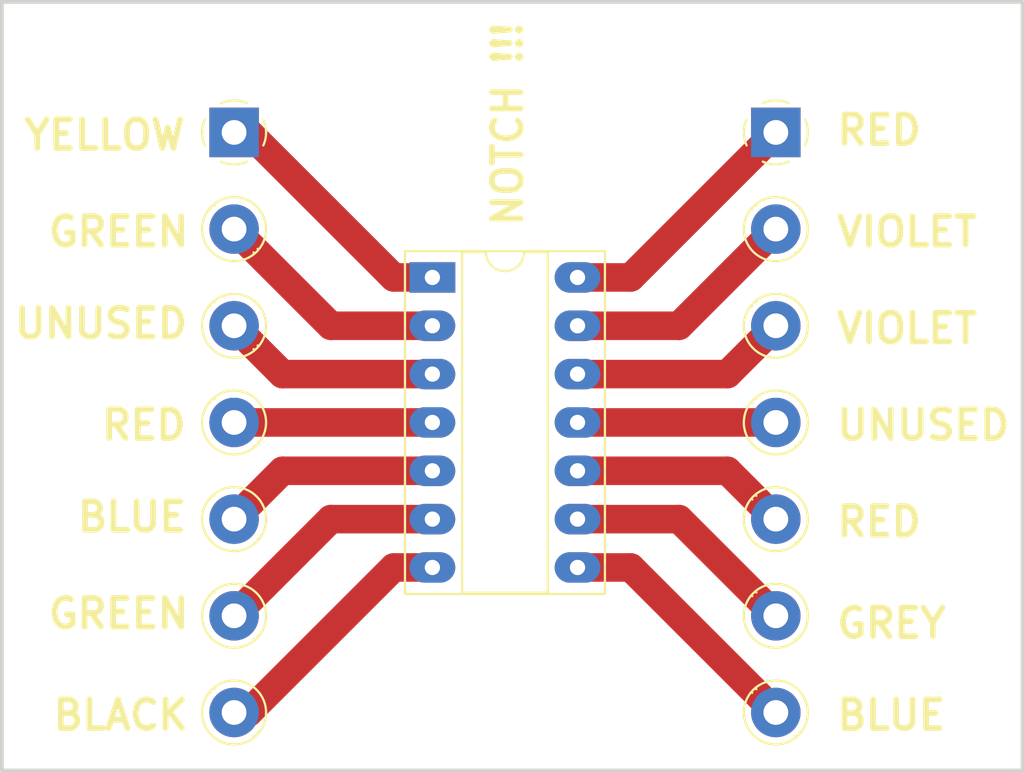
<source format=kicad_pcb>
(kicad_pcb (version 20221018) (generator pcbnew)
  (layers (0 "F.Cu" signal) (31 "B.Cu" signal) (34 "B.Paste" user) (35 "F.Paste" user) (36 "B.SilkS" user "B.Silkscreen") (37 "F.SilkS" user "F.Silkscreen") (38 "B.Mask" user) (39 "F.Mask" user) (44 "Edge.Cuts" user))
  (net 0 "")
  (net 1 "Net-(J1-Pin_1)")
  (net 2 "Net-(J1-Pin_2)")
  (net 3 "Net-(J1-Pin_3)")
  (net 4 "Net-(J1-Pin_4)")
  (net 5 "Net-(J1-Pin_5)")
  (net 6 "Net-(J1-Pin_6)")
  (net 7 "Net-(J1-Pin_7)")
  (net 8 "Net-(J2-Pin_1)")
  (net 9 "Net-(J2-Pin_2)")
  (net 10 "Net-(J2-Pin_3)")
  (net 11 "Net-(J2-Pin_4)")
  (net 12 "Net-(J2-Pin_5)")
  (net 13 "Net-(J2-Pin_6)")
  (net 14 "Net-(J2-Pin_7)")
  (footprint "Package_DIP:DIP-14_W7.62mm_Socket_LongPads" (layer "F.Cu") (at 120.904 99.822)
    (fp_text reference "U3" hide)
    (fp_text value "LM556")
    (fp_line (start -1.44 -1.39) (end -1.44 16.63) (stroke (width 0.12)) (layer "F.SilkS"))
    (fp_line (start -1.44 16.63) (end 9.06 16.63) (stroke (width 0.12)) (layer "F.SilkS"))
    (fp_line (start 1.56 -1.33) (end 1.56 16.57) (stroke (width 0.12)) (layer "F.SilkS"))
    (fp_line (start 1.56 16.57) (end 6.06 16.57) (stroke (width 0.12)) (layer "F.SilkS"))
    (fp_line (start 2.81 -1.33) (end 1.56 -1.33) (stroke (width 0.12)) (layer "F.SilkS"))
    (fp_line (start 6.06 -1.33) (end 4.81 -1.33) (stroke (width 0.12)) (layer "F.SilkS"))
    (fp_line (start 6.06 16.57) (end 6.06 -1.33) (stroke (width 0.12)) (layer "F.SilkS"))
    (fp_line (start 9.06 -1.39) (end -1.44 -1.39) (stroke (width 0.12)) (layer "F.SilkS"))
    (fp_line (start 9.06 16.63) (end 9.06 -1.39) (stroke (width 0.12)) (layer "F.SilkS"))
    (fp_arc (start 4.81 -1.33) (mid 3.81 -0.33) (end 2.81 -1.33) (stroke (width 0.12)) (layer "F.SilkS"))
    (pad "1" thru_hole rect (at 0 0) (size 2.4 1.6) (drill 0.8) (layers "*.Cu" "*.Mask") (net 1 "Net-(J1-Pin_1)"))
    (pad "2" thru_hole oval (at 0 2.54) (size 2.4 1.6) (drill 0.8) (layers "*.Cu" "*.Mask") (net 2 "Net-(J1-Pin_2)"))
    (pad "3" thru_hole oval (at 0 5.08) (size 2.4 1.6) (drill 0.8) (layers "*.Cu" "*.Mask") (net 3 "Net-(J1-Pin_3)"))
    (pad "4" thru_hole oval (at 0 7.62) (size 2.4 1.6) (drill 0.8) (layers "*.Cu" "*.Mask") (net 4 "Net-(J1-Pin_4)"))
    (pad "5" thru_hole oval (at 0 10.16) (size 2.4 1.6) (drill 0.8) (layers "*.Cu" "*.Mask") (net 5 "Net-(J1-Pin_5)"))
    (pad "6" thru_hole oval (at 0 12.7) (size 2.4 1.6) (drill 0.8) (layers "*.Cu" "*.Mask") (net 6 "Net-(J1-Pin_6)"))
    (pad "7" thru_hole oval (at 0 15.24) (size 2.4 1.6) (drill 0.8) (layers "*.Cu" "*.Mask") (net 7 "Net-(J1-Pin_7)"))
    (pad "8" thru_hole oval (at 7.62 15.24) (size 2.4 1.6) (drill 0.8) (layers "*.Cu" "*.Mask") (net 14 "Net-(J2-Pin_7)"))
    (pad "9" thru_hole oval (at 7.62 12.7) (size 2.4 1.6) (drill 0.8) (layers "*.Cu" "*.Mask") (net 13 "Net-(J2-Pin_6)"))
    (pad "10" thru_hole oval (at 7.62 10.16) (size 2.4 1.6) (drill 0.8) (layers "*.Cu" "*.Mask") (net 12 "Net-(J2-Pin_5)"))
    (pad "11" thru_hole oval (at 7.62 7.62) (size 2.4 1.6) (drill 0.8) (layers "*.Cu" "*.Mask") (net 11 "Net-(J2-Pin_4)"))
    (pad "12" thru_hole oval (at 7.62 5.08) (size 2.4 1.6) (drill 0.8) (layers "*.Cu" "*.Mask") (net 10 "Net-(J2-Pin_3)"))
    (pad "13" thru_hole oval (at 7.62 2.54) (size 2.4 1.6) (drill 0.8) (layers "*.Cu" "*.Mask") (net 9 "Net-(J2-Pin_2)"))
    (pad "14" thru_hole oval (at 7.62 0) (size 2.4 1.6) (drill 0.8) (layers "*.Cu" "*.Mask") (net 8 "Net-(J2-Pin_1)"))
  )
  (footprint "TerminalBlock_Phoenix:TerminalBlock_Phoenix_MKDS-1,5-7-5.08_1x07_P5.08mm_Horizontal" (layer "F.Cu") (at 110.49 92.202 -90)
    (fp_text reference "J1" hide)
    (fp_text value "Screw_Terminal_01x07" hide)
    (fp_line (start 3.853 1.023) (end 3.806 1.069) (stroke (width 0.12)) (layer "F.SilkS"))
    (fp_line (start 4.046 1.239) (end 4.011 1.274) (stroke (width 0.12)) (layer "F.SilkS"))
    (fp_line (start 6.15 -1.275) (end 6.115 -1.239) (stroke (width 0.12)) (layer "F.SilkS"))
    (fp_line (start 6.355 -1.069) (end 6.308 -1.023) (stroke (width 0.12)) (layer "F.SilkS"))
    (fp_line (start 8.933 1.023) (end 8.886 1.069) (stroke (width 0.12)) (layer "F.SilkS"))
    (fp_line (start 9.126 1.239) (end 9.091 1.274) (stroke (width 0.12)) (layer "F.SilkS"))
    (fp_line (start 11.23 -1.275) (end 11.195 -1.239) (stroke (width 0.12)) (layer "F.SilkS"))
    (fp_line (start 11.435 -1.069) (end 11.388 -1.023) (stroke (width 0.12)) (layer "F.SilkS"))
    (fp_line (start 14.013 1.023) (end 13.966 1.069) (stroke (width 0.12)) (layer "F.SilkS"))
    (fp_line (start 14.206 1.239) (end 14.171 1.274) (stroke (width 0.12)) (layer "F.SilkS"))
    (fp_line (start 16.31 -1.275) (end 16.275 -1.239) (stroke (width 0.12)) (layer "F.SilkS"))
    (fp_line (start 16.515 -1.069) (end 16.468 -1.023) (stroke (width 0.12)) (layer "F.SilkS"))
    (fp_line (start 19.093 1.023) (end 19.046 1.069) (stroke (width 0.12)) (layer "F.SilkS"))
    (fp_line (start 19.286 1.239) (end 19.251 1.274) (stroke (width 0.12)) (layer "F.SilkS"))
    (fp_line (start 21.39 -1.275) (end 21.355 -1.239) (stroke (width 0.12)) (layer "F.SilkS"))
    (fp_line (start 21.595 -1.069) (end 21.548 -1.023) (stroke (width 0.12)) (layer "F.SilkS"))
    (fp_line (start 24.173 1.023) (end 24.126 1.069) (stroke (width 0.12)) (layer "F.SilkS"))
    (fp_line (start 24.366 1.239) (end 24.331 1.274) (stroke (width 0.12)) (layer "F.SilkS"))
    (fp_line (start 26.47 -1.275) (end 26.435 -1.239) (stroke (width 0.12)) (layer "F.SilkS"))
    (fp_line (start 26.675 -1.069) (end 26.628 -1.023) (stroke (width 0.12)) (layer "F.SilkS"))
    (fp_line (start 29.253 1.023) (end 29.206 1.069) (stroke (width 0.12)) (layer "F.SilkS"))
    (fp_line (start 29.446 1.239) (end 29.411 1.274) (stroke (width 0.12)) (layer "F.SilkS"))
    (fp_line (start 31.55 -1.275) (end 31.515 -1.239) (stroke (width 0.12)) (layer "F.SilkS"))
    (fp_line (start 31.755 -1.069) (end 31.708 -1.023) (stroke (width 0.12)) (layer "F.SilkS"))
    (fp_arc (start -1.535427 0.683042) (mid -1.680501 -0.000524) (end -1.535 -0.684) (stroke (width 0.12)) (layer "F.SilkS"))
    (fp_arc (start -0.683042 -1.535427) (mid 0.000524 -1.680501) (end 0.684 -1.535) (stroke (width 0.12)) (layer "F.SilkS"))
    (fp_arc (start 0.028805 1.680253) (mid -0.335551 1.646659) (end -0.684 1.535) (stroke (width 0.12)) (layer "F.SilkS"))
    (fp_arc (start 0.683318 1.534756) (mid 0.349292 1.643288) (end 0 1.68) (stroke (width 0.12)) (layer "F.SilkS"))
    (fp_arc (start 1.535427 -0.683042) (mid 1.680501 0.000524) (end 1.535 0.684) (stroke (width 0.12)) (layer "F.SilkS"))
    (fp_circle (center 5.08 0) (end 6.76 0) (stroke (width 0.12)) (fill none) (layer "F.SilkS"))
    (fp_circle (center 10.16 0) (end 11.84 0) (stroke (width 0.12)) (fill none) (layer "F.SilkS"))
    (fp_circle (center 15.24 0) (end 16.92 0) (stroke (width 0.12)) (fill none) (layer "F.SilkS"))
    (fp_circle (center 20.32 0) (end 22 0) (stroke (width 0.12)) (fill none) (layer "F.SilkS"))
    (fp_circle (center 25.4 0) (end 27.08 0) (stroke (width 0.12)) (fill none) (layer "F.SilkS"))
    (fp_circle (center 30.48 0) (end 32.16 0) (stroke (width 0.12)) (fill none) (layer "F.SilkS"))
    (pad "1" thru_hole rect (at 0 0 270) (size 2.6 2.6) (drill 1.3) (layers "*.Cu" "*.Mask") (net 1 "Net-(J1-Pin_1)"))
    (pad "2" thru_hole circle (at 5.08 0 270) (size 2.6 2.6) (drill 1.3) (layers "*.Cu" "*.Mask") (net 2 "Net-(J1-Pin_2)"))
    (pad "3" thru_hole circle (at 10.16 0 270) (size 2.6 2.6) (drill 1.3) (layers "*.Cu" "*.Mask") (net 3 "Net-(J1-Pin_3)"))
    (pad "4" thru_hole circle (at 15.24 0 270) (size 2.6 2.6) (drill 1.3) (layers "*.Cu" "*.Mask") (net 4 "Net-(J1-Pin_4)"))
    (pad "5" thru_hole circle (at 20.32 0 270) (size 2.6 2.6) (drill 1.3) (layers "*.Cu" "*.Mask") (net 5 "Net-(J1-Pin_5)"))
    (pad "6" thru_hole circle (at 25.4 0 270) (size 2.6 2.6) (drill 1.3) (layers "*.Cu" "*.Mask") (net 6 "Net-(J1-Pin_6)"))
    (pad "7" thru_hole circle (at 30.48 0 270) (size 2.6 2.6) (drill 1.3) (layers "*.Cu" "*.Mask") (net 7 "Net-(J1-Pin_7)"))
  )
  (footprint "TerminalBlock_Phoenix:TerminalBlock_Phoenix_MKDS-1,5-7-5.08_1x07_P5.08mm_Horizontal" (layer "F.Cu") (at 138.938 92.202251 -90)
    (fp_text reference "J2" hide)
    (fp_text value "Screw_Terminal_01x07" hide)
    (fp_line (start 3.853 1.023) (end 3.806 1.069) (stroke (width 0.12)) (layer "F.SilkS"))
    (fp_line (start 4.046 1.239) (end 4.011 1.274) (stroke (width 0.12)) (layer "F.SilkS"))
    (fp_line (start 6.15 -1.275) (end 6.115 -1.239) (stroke (width 0.12)) (layer "F.SilkS"))
    (fp_line (start 6.355 -1.069) (end 6.308 -1.023) (stroke (width 0.12)) (layer "F.SilkS"))
    (fp_line (start 8.933 1.023) (end 8.886 1.069) (stroke (width 0.12)) (layer "F.SilkS"))
    (fp_line (start 9.126 1.239) (end 9.091 1.274) (stroke (width 0.12)) (layer "F.SilkS"))
    (fp_line (start 11.23 -1.275) (end 11.195 -1.239) (stroke (width 0.12)) (layer "F.SilkS"))
    (fp_line (start 11.435 -1.069) (end 11.388 -1.023) (stroke (width 0.12)) (layer "F.SilkS"))
    (fp_line (start 14.013 1.023) (end 13.966 1.069) (stroke (width 0.12)) (layer "F.SilkS"))
    (fp_line (start 14.206 1.239) (end 14.171 1.274) (stroke (width 0.12)) (layer "F.SilkS"))
    (fp_line (start 16.31 -1.275) (end 16.275 -1.239) (stroke (width 0.12)) (layer "F.SilkS"))
    (fp_line (start 16.515 -1.069) (end 16.468 -1.023) (stroke (width 0.12)) (layer "F.SilkS"))
    (fp_line (start 19.093 1.023) (end 19.046 1.069) (stroke (width 0.12)) (layer "F.SilkS"))
    (fp_line (start 19.286 1.239) (end 19.251 1.274) (stroke (width 0.12)) (layer "F.SilkS"))
    (fp_line (start 21.39 -1.275) (end 21.355 -1.239) (stroke (width 0.12)) (layer "F.SilkS"))
    (fp_line (start 21.595 -1.069) (end 21.548 -1.023) (stroke (width 0.12)) (layer "F.SilkS"))
    (fp_line (start 24.173 1.023) (end 24.126 1.069) (stroke (width 0.12)) (layer "F.SilkS"))
    (fp_line (start 24.366 1.239) (end 24.331 1.274) (stroke (width 0.12)) (layer "F.SilkS"))
    (fp_line (start 26.47 -1.275) (end 26.435 -1.239) (stroke (width 0.12)) (layer "F.SilkS"))
    (fp_line (start 26.675 -1.069) (end 26.628 -1.023) (stroke (width 0.12)) (layer "F.SilkS"))
    (fp_line (start 29.253 1.023) (end 29.206 1.069) (stroke (width 0.12)) (layer "F.SilkS"))
    (fp_line (start 29.446 1.239) (end 29.411 1.274) (stroke (width 0.12)) (layer "F.SilkS"))
    (fp_line (start 31.55 -1.275) (end 31.515 -1.239) (stroke (width 0.12)) (layer "F.SilkS"))
    (fp_line (start 31.755 -1.069) (end 31.708 -1.023) (stroke (width 0.12)) (layer "F.SilkS"))
    (fp_arc (start -1.535427 0.683042) (mid -1.680501 -0.000524) (end -1.535 -0.684) (stroke (width 0.12)) (layer "F.SilkS"))
    (fp_arc (start -0.683042 -1.535427) (mid 0.000524 -1.680501) (end 0.684 -1.535) (stroke (width 0.12)) (layer "F.SilkS"))
    (fp_arc (start 0.028805 1.680253) (mid -0.335551 1.646659) (end -0.684 1.535) (stroke (width 0.12)) (layer "F.SilkS"))
    (fp_arc (start 0.683318 1.534756) (mid 0.349292 1.643288) (end 0 1.68) (stroke (width 0.12)) (layer "F.SilkS"))
    (fp_arc (start 1.535427 -0.683042) (mid 1.680501 0.000524) (end 1.535 0.684) (stroke (width 0.12)) (layer "F.SilkS"))
    (fp_circle (center 5.08 0) (end 6.76 0) (stroke (width 0.12)) (fill none) (layer "F.SilkS"))
    (fp_circle (center 10.16 0) (end 11.84 0) (stroke (width 0.12)) (fill none) (layer "F.SilkS"))
    (fp_circle (center 15.24 0) (end 16.92 0) (stroke (width 0.12)) (fill none) (layer "F.SilkS"))
    (fp_circle (center 20.32 0) (end 22 0) (stroke (width 0.12)) (fill none) (layer "F.SilkS"))
    (fp_circle (center 25.4 0) (end 27.08 0) (stroke (width 0.12)) (fill none) (layer "F.SilkS"))
    (fp_circle (center 30.48 0) (end 32.16 0) (stroke (width 0.12)) (fill none) (layer "F.SilkS"))
    (pad "1" thru_hole rect (at 0 0 270) (size 2.6 2.6) (drill 1.3) (layers "*.Cu" "*.Mask") (net 8 "Net-(J2-Pin_1)"))
    (pad "2" thru_hole circle (at 5.08 0 270) (size 2.6 2.6) (drill 1.3) (layers "*.Cu" "*.Mask") (net 9 "Net-(J2-Pin_2)"))
    (pad "3" thru_hole circle (at 10.16 0 270) (size 2.6 2.6) (drill 1.3) (layers "*.Cu" "*.Mask") (net 10 "Net-(J2-Pin_3)"))
    (pad "4" thru_hole circle (at 15.24 0 270) (size 2.6 2.6) (drill 1.3) (layers "*.Cu" "*.Mask") (net 11 "Net-(J2-Pin_4)"))
    (pad "5" thru_hole circle (at 20.32 0 270) (size 2.6 2.6) (drill 1.3) (layers "*.Cu" "*.Mask") (net 12 "Net-(J2-Pin_5)"))
    (pad "6" thru_hole circle (at 25.4 0 270) (size 2.6 2.6) (drill 1.3) (layers "*.Cu" "*.Mask") (net 13 "Net-(J2-Pin_6)"))
    (pad "7" thru_hole circle (at 30.48 0 270) (size 2.6 2.6) (drill 1.3) (layers "*.Cu" "*.Mask") (net 14 "Net-(J2-Pin_7)"))
  )
  (gr_rect (start 98.298 85.344) (end 151.892 125.73) (stroke (width 0.2)) (fill none) (layer "Edge.Cuts"))
  (gr_text "NOTCH !!!" (at 125.73 97.282 90) (layer "F.SilkS") (effects (font (size 1.5 1.5) (thickness 0.3) bold) (justify left bottom)))
  (gr_text "GREEN" (at 100.584 118.364) (layer "F.SilkS") (effects (font (size 1.5 1.5) (thickness 0.3) bold) (justify left bottom)))
  (gr_text "YELLOW" (at 99.314 93.218) (layer "F.SilkS") (effects (font (size 1.5 1.5) (thickness 0.3) bold) (justify left bottom)))
  (gr_text "BLACK" (at 100.838 123.698) (layer "F.SilkS") (effects (font (size 1.5 1.5) (thickness 0.3) bold) (justify left bottom)))
  (gr_text "GREEN" (at 100.584 98.298) (layer "F.SilkS") (effects (font (size 1.5 1.5) (thickness 0.3) bold) (justify left bottom)))
  (gr_text "RED" (at 141.986 92.964) (layer "F.SilkS") (effects (font (size 1.5 1.5) (thickness 0.3) bold) (justify left bottom)))
  (gr_text "UNUSED" (at 98.806 103.124) (layer "F.SilkS") (effects (font (size 1.5 1.5) (thickness 0.3) bold) (justify left bottom)))
  (gr_text "BLUE" (at 102.108 113.284) (layer "F.SilkS") (effects (font (size 1.5 1.5) (thickness 0.3) bold) (justify left bottom)))
  (gr_text "BLUE" (at 141.986 123.698) (layer "F.SilkS") (effects (font (size 1.5 1.5) (thickness 0.3) bold) (justify left bottom)))
  (gr_text "UNUSED\n" (at 141.986 108.458) (layer "F.SilkS") (effects (font (size 1.5 1.5) (thickness 0.3) bold) (justify left bottom)))
  (gr_text "GREY\n" (at 141.986 118.872) (layer "F.SilkS") (effects (font (size 1.5 1.5) (thickness 0.3) bold) (justify left bottom)))
  (gr_text "RED" (at 103.378 108.458) (layer "F.SilkS") (effects (font (size 1.5 1.5) (thickness 0.3) bold) (justify left bottom)))
  (gr_text "VIOLET" (at 141.986 103.378) (layer "F.SilkS") (effects (font (size 1.5 1.5) (thickness 0.3) bold) (justify left bottom)))
  (gr_text "RED" (at 141.986 113.538) (layer "F.SilkS") (effects (font (size 1.5 1.5) (thickness 0.3) bold) (justify left bottom)))
  (gr_text "VIOLET" (at 141.986 98.298) (layer "F.SilkS") (effects (font (size 1.5 1.5) (thickness 0.3) bold) (justify left bottom)))
  (segment (start 111.252 92.202) (end 118.872 99.822) (width 1.5) (layer "F.Cu") (net 1))
  (segment (start 118.872 99.822) (end 120.904 99.822) (width 1.5) (layer "F.Cu") (net 1))
  (segment (start 110.49 92.202) (end 111.252 92.202) (width 1.5) (layer "F.Cu") (net 1))
  (segment (start 115.57 102.362) (end 120.904 102.362) (width 1.5) (layer "F.Cu") (net 2))
  (segment (start 110.49 97.282) (end 115.57 102.362) (width 1.5) (layer "F.Cu") (net 2))
  (segment (start 113.03 104.902) (end 120.904 104.902) (width 1.5) (layer "F.Cu") (net 3))
  (segment (start 110.49 102.362) (end 113.03 104.902) (width 1.5) (layer "F.Cu") (net 3))
  (segment (start 110.49 107.442) (end 120.904 107.442) (width 1.5) (layer "F.Cu") (net 4))
  (segment (start 113.03 109.982) (end 120.904 109.982) (width 1.5) (layer "F.Cu") (net 5))
  (segment (start 110.49 112.522) (end 113.03 109.982) (width 1.5) (layer "F.Cu") (net 5))
  (segment (start 110.49 117.602) (end 115.57 112.522) (width 1.5) (layer "F.Cu") (net 6))
  (segment (start 115.57 112.522) (end 120.904 112.522) (width 1.5) (layer "F.Cu") (net 6))
  (segment (start 110.49 122.682) (end 111.252 122.682) (width 1.5) (layer "F.Cu") (net 7))
  (segment (start 118.872 115.062) (end 120.904 115.062) (width 1.5) (layer "F.Cu") (net 7))
  (segment (start 111.252 122.682) (end 118.872 115.062) (width 1.5) (layer "F.Cu") (net 7))
  (segment (start 128.524 99.822) (end 131.318251 99.822) (width 1.5) (layer "F.Cu") (net 8))
  (segment (start 131.318251 99.822) (end 138.938 92.202251) (width 1.5) (layer "F.Cu") (net 8))
  (segment (start 133.858251 102.362) (end 138.938 97.282251) (width 1.5) (layer "F.Cu") (net 9))
  (segment (start 128.524 102.362) (end 133.858251 102.362) (width 1.5) (layer "F.Cu") (net 9))
  (segment (start 136.398251 104.902) (end 138.938 102.362251) (width 1.5) (layer "F.Cu") (net 10))
  (segment (start 128.524 104.902) (end 136.398251 104.902) (width 1.5) (layer "F.Cu") (net 10))
  (segment (start 128.524 107.442) (end 138.937749 107.442) (width 1.5) (layer "F.Cu") (net 11))
  (segment (start 138.937749 107.442) (end 138.938 107.442251) (width 1.5) (layer "F.Cu") (net 11))
  (segment (start 136.397749 109.982) (end 138.938 112.522251) (width 1.5) (layer "F.Cu") (net 12))
  (segment (start 128.524 109.982) (end 136.397749 109.982) (width 1.5) (layer "F.Cu") (net 12))
  (segment (start 133.857749 112.522) (end 138.938 117.602251) (width 1.5) (layer "F.Cu") (net 13))
  (segment (start 128.524 112.522) (end 133.857749 112.522) (width 1.5) (layer "F.Cu") (net 13))
  (segment (start 128.524 115.062) (end 131.317749 115.062) (width 1.5) (layer "F.Cu") (net 14))
  (segment (start 131.317749 115.062) (end 138.938 122.682251) (width 1.5) (layer "F.Cu") (net 14))
)
</source>
